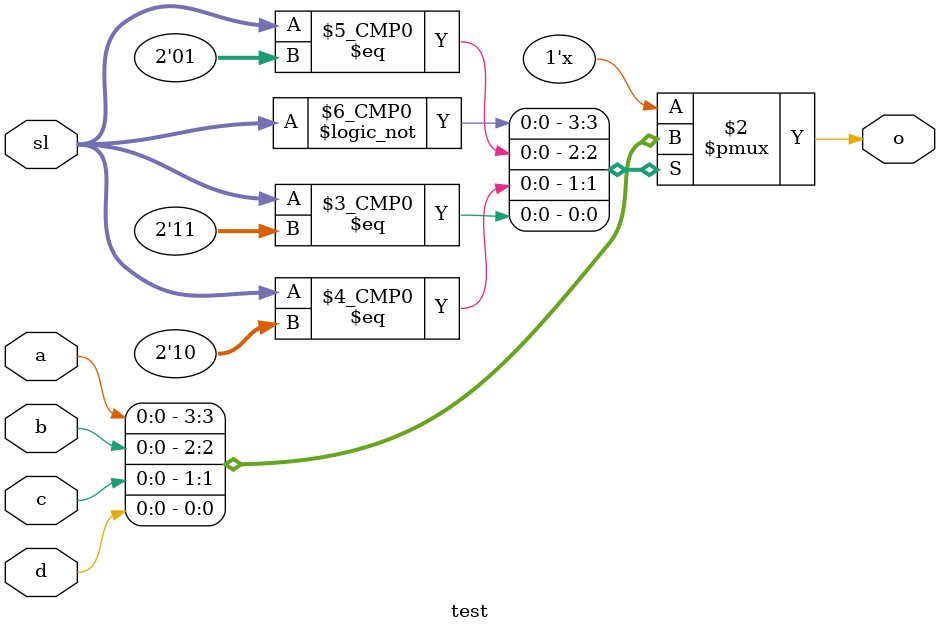
<source format=v>
module test (o, a, b, d, c, sl);
  input a, b, d, c;
  input [1:0] sl;
  output o;
  reg o;
  always @*
    case (sl)
      'b00: o = a;
      'b01: o = b;
      'b10: o = c;
      'b11: o = d;
    endcase
endmodule

</source>
